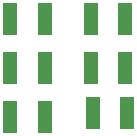
<source format=gtp>
G04 Layer_Color=7318015*
%FSLAX24Y24*%
%MOIN*%
G70*
G01*
G75*
%ADD10R,0.0472X0.1063*%
D10*
X18484Y19449D02*
D03*
X19626D02*
D03*
X19705Y16299D02*
D03*
X18563D02*
D03*
X18484Y17795D02*
D03*
X19626D02*
D03*
X15807Y19449D02*
D03*
X16949D02*
D03*
X15807Y17795D02*
D03*
X16949D02*
D03*
X15807Y16181D02*
D03*
X16949D02*
D03*
M02*

</source>
